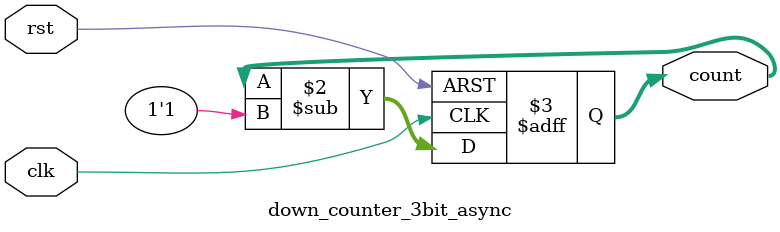
<source format=v>
module down_counter_3bit_async (
    input  wire clk,
    input  wire rst,          // asynchronous reset (active high)
    output reg  [2:0] count
);

    always @(posedge clk or posedge rst) begin
        if (rst)
            count <= 3'b111;   // start from 7
        else
            count <= count - 1'b1;
    end

endmodule
</source>
